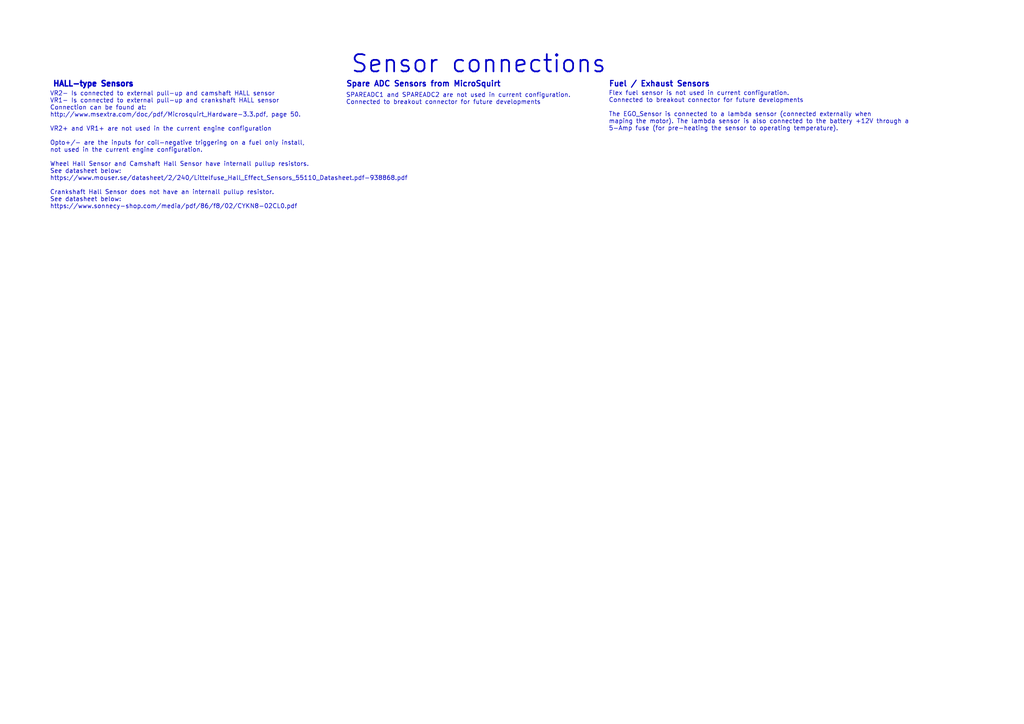
<source format=kicad_sch>
(kicad_sch (version 20211123) (generator eeschema)
  (paper "A4")
  (lib_symbols)
  (text "Sensor connections" (at 101.6 21.59 0) (effects (font (size 5 5) (thickness 0.5) bold) (justify left bottom)))
  (text "VR2- Is connected to external pull-up and camshaft HALL sensor\nVR1- Is connected to external pull-up and crankshaft HALL sensor\nConnection can be found at: \nhttp://www.msextra.com/doc/pdf/Microsquirt_Hardware-3.3.pdf, page 50.\n\nVR2+ and VR1+ are not used in the current engine configuration\n\nOpto+/- are the inputs for coil-negative triggering on a fuel only install,\nnot used in the current engine configuration.\n\nWheel Hall Sensor and Camshaft Hall Sensor have internall pullup resistors.\nSee datasheet below:\nhttps://www.mouser.se/datasheet/2/240/Littelfuse_Hall_Effect_Sensors_55110_Datasheet.pdf-938868.pdf\n\nCrankshaft Hall Sensor does not have an internall pullup resistor.\nSee datasheet below:\nhttps://www.sonnecy-shop.com/media/pdf/86/f8/02/CYKN8-02CL0.pdf\n" (at 14.478 60.706 0) (effects (font (size 1.27 1.27)) (justify left bottom)))
  (text "Spare ADC Sensors from MicroSquirt" (at 100.33 25.4 0) (effects (font (size 1.6 1.6) bold) (justify left bottom)))
  (text "HALL-type Sensors" (at 15.24 25.4 0) (effects (font (size 1.6 1.6) (thickness 0.4) bold) (justify left bottom)))
  (text "Flex fuel sensor is not used in current configuration.\nConnected to breakout connector for future developments\n\nThe EGO_Sensor is connected to a lambda sensor (connected externally when \nmaping the motor). The lambda sensor is also connected to the battery +12V through a \n5-Amp fuse (for pre-heating the sensor to operating temperature)." (at 176.53 38.1 0) (effects (font (size 1.27 1.27)) (justify left bottom)))
  (text "Fuel / Exhaust Sensors" (at 176.53 25.4 0) (effects (font (size 1.6 1.6) bold) (justify left bottom)))
  (text "SPAREADC1 and SPAREADC2 are not used in current configuration.\nConnected to breakout connector for future developments" (at 100.33 30.48 0) (effects (font (size 1.27 1.27)) (justify left bottom)))
)
</source>
